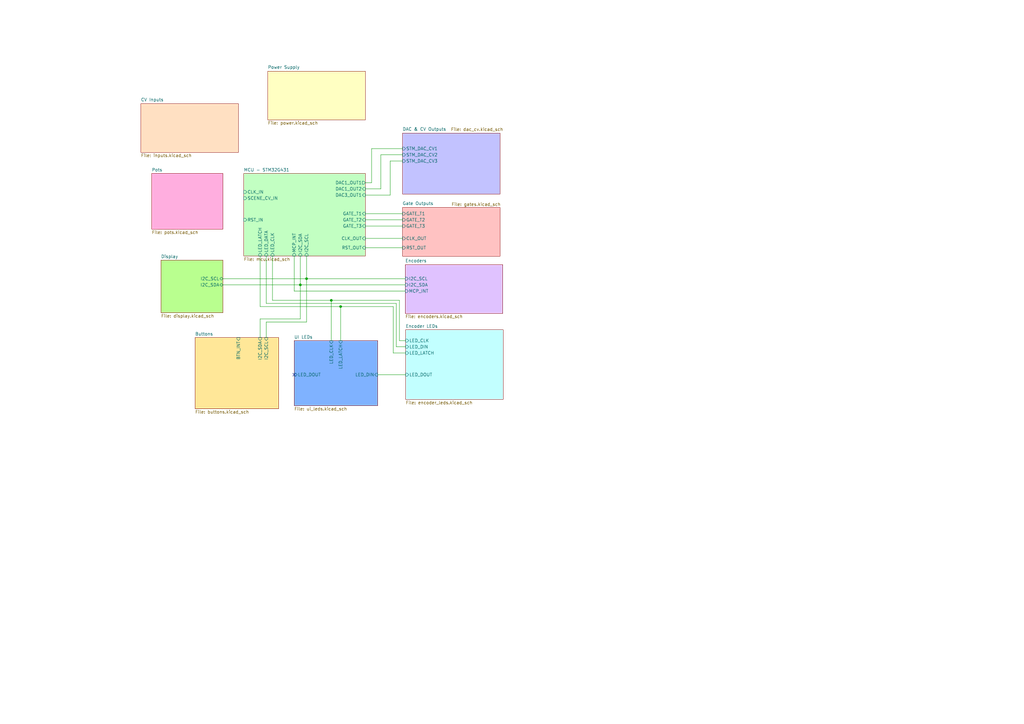
<source format=kicad_sch>
(kicad_sch
	(version 20250114)
	(generator "eeschema")
	(generator_version "9.0")
	(uuid "e1e5c1f0-1234-5678-9abc-def012345678")
	(paper "A3")
	(title_block
		(title "SENGBARD - 3-Track Eurorack Sequencer")
		(date "2025-01-26")
		(rev "0.1")
		(comment 1 "Main Sheet - Hierarchical Overview")
		(comment 2 "STM32F103 based, 12-bit CV, 8 encoders")
	)
	(lib_symbols)
	(junction
		(at 139.7 125.73)
		(diameter 0)
		(color 0 0 0 0)
		(uuid "0c00e87c-1355-4c0c-9482-d4072e7bd11e")
	)
	(junction
		(at 135.89 123.19)
		(diameter 0)
		(color 0 0 0 0)
		(uuid "0e92b001-e40f-4d76-a2c6-df6e3d32bf03")
	)
	(junction
		(at 123.19 116.84)
		(diameter 0)
		(color 0 0 0 0)
		(uuid "1411d454-f827-4b4e-9a9c-809b1c41ae17")
	)
	(junction
		(at 125.73 114.3)
		(diameter 0)
		(color 0 0 0 0)
		(uuid "8695cb3f-55c9-43ab-b110-e6ddbe32ce28")
	)
	(no_connect
		(at 120.65 153.67)
		(uuid "ecb8cb86-7753-4c8e-b76a-08af2b03a56d")
	)
	(wire
		(pts
			(xy 111.76 123.19) (xy 135.89 123.19)
		)
		(stroke
			(width 0)
			(type default)
		)
		(uuid "01abb3cc-cadc-49ba-b865-3efde8706971")
	)
	(wire
		(pts
			(xy 139.7 125.73) (xy 106.68 125.73)
		)
		(stroke
			(width 0)
			(type default)
		)
		(uuid "01d8d40c-3399-4289-b32e-68a1bb948f9f")
	)
	(wire
		(pts
			(xy 111.76 105) (xy 111.76 123.19)
		)
		(stroke
			(width 0)
			(type default)
		)
		(uuid "043b86fd-2223-4bd7-bdcb-7a37d505aa55")
	)
	(wire
		(pts
			(xy 109.22 138.43) (xy 109.22 132.08)
		)
		(stroke
			(width 0)
			(type default)
		)
		(uuid "135ee64d-1077-426a-b5b1-6b808cb58fa4")
	)
	(wire
		(pts
			(xy 163.83 123.19) (xy 163.83 139.7)
		)
		(stroke
			(width 0)
			(type default)
		)
		(uuid "150e63aa-945b-4b86-b2bb-23d3b1da833b")
	)
	(wire
		(pts
			(xy 109.22 105) (xy 109.22 124.46)
		)
		(stroke
			(width 0)
			(type default)
		)
		(uuid "159642ee-a25d-4372-98ea-5f7d5a4857c7")
	)
	(wire
		(pts
			(xy 125.73 114.3) (xy 125.73 132.08)
		)
		(stroke
			(width 0)
			(type default)
		)
		(uuid "18fc8647-7569-43bf-8b27-6e071b3bdefc")
	)
	(wire
		(pts
			(xy 106.68 130.81) (xy 123.19 130.81)
		)
		(stroke
			(width 0)
			(type default)
		)
		(uuid "1f8037c8-1dec-4987-bdc8-516ac052ae2c")
	)
	(wire
		(pts
			(xy 106.68 105) (xy 106.68 125.73)
		)
		(stroke
			(width 0)
			(type default)
		)
		(uuid "23be130d-705d-402c-bc9a-b37d20576b8b")
	)
	(wire
		(pts
			(xy 154.94 153.67) (xy 166.37 153.67)
		)
		(stroke
			(width 0)
			(type default)
		)
		(uuid "24390e8a-15a0-4b9d-88b0-14fd21f01528")
	)
	(wire
		(pts
			(xy 106.68 138.43) (xy 106.68 130.81)
		)
		(stroke
			(width 0)
			(type default)
		)
		(uuid "24f59171-6d72-42dd-8df8-a455f776d5da")
	)
	(wire
		(pts
			(xy 149.86 101.6) (xy 165.1 101.6)
		)
		(stroke
			(width 0)
			(type default)
		)
		(uuid "2db2ab74-f8f0-4c78-9cfe-b9c2fcdb4567")
	)
	(wire
		(pts
			(xy 123.19 116.84) (xy 123.19 130.81)
		)
		(stroke
			(width 0)
			(type default)
		)
		(uuid "3be53ba4-6912-47b8-a6be-4ba4752bb63b")
	)
	(wire
		(pts
			(xy 166.37 144.78) (xy 161.29 144.78)
		)
		(stroke
			(width 0)
			(type default)
		)
		(uuid "3cfd9989-11ea-49eb-ba3c-2b30150599b5")
	)
	(wire
		(pts
			(xy 123.19 105) (xy 123.19 116.84)
		)
		(stroke
			(width 0)
			(type default)
		)
		(uuid "42efdd97-ba70-4814-9a62-a00a9b938860")
	)
	(wire
		(pts
			(xy 109.22 132.08) (xy 125.73 132.08)
		)
		(stroke
			(width 0)
			(type default)
		)
		(uuid "432791b1-8ad4-4329-9622-242117fba68a")
	)
	(wire
		(pts
			(xy 162.56 142.24) (xy 162.56 124.46)
		)
		(stroke
			(width 0)
			(type default)
		)
		(uuid "4c089af0-442c-4065-a805-951331ad6916")
	)
	(wire
		(pts
			(xy 156.21 63.5) (xy 165.1 63.5)
		)
		(stroke
			(width 0)
			(type default)
		)
		(uuid "5008468a-70bf-482e-b4b0-07ef940c3db4")
	)
	(wire
		(pts
			(xy 149.86 97.79) (xy 165.1 97.79)
		)
		(stroke
			(width 0)
			(type default)
		)
		(uuid "561286de-ac3b-4f2d-bae2-3ca6826ee833")
	)
	(wire
		(pts
			(xy 149.86 87.63) (xy 165.1 87.63)
		)
		(stroke
			(width 0)
			(type default)
		)
		(uuid "6445382c-2f39-4c3d-a653-0ccab4b9b1af")
	)
	(wire
		(pts
			(xy 149.86 74.93) (xy 152.4 74.93)
		)
		(stroke
			(width 0)
			(type default)
		)
		(uuid "6b109596-97ee-4ec9-a307-ec6beed77c52")
	)
	(wire
		(pts
			(xy 149.86 80.01) (xy 160.02 80.01)
		)
		(stroke
			(width 0)
			(type default)
		)
		(uuid "6cec4057-4fc8-476e-94f5-39407d0174ca")
	)
	(wire
		(pts
			(xy 160.02 66.04) (xy 165.1 66.04)
		)
		(stroke
			(width 0)
			(type default)
		)
		(uuid "6dacaeda-ce4f-44ab-b1dc-142b9919af77")
	)
	(wire
		(pts
			(xy 152.4 60.95) (xy 165.1 60.95)
		)
		(stroke
			(width 0)
			(type default)
		)
		(uuid "8722a5e5-9cbc-40ba-a2de-4500a2aa34a7")
	)
	(wire
		(pts
			(xy 156.21 77.47) (xy 156.21 63.5)
		)
		(stroke
			(width 0)
			(type default)
		)
		(uuid "8922b5fa-1d81-4d26-982d-e40e1bc00ea1")
	)
	(wire
		(pts
			(xy 123.19 116.84) (xy 166.22 116.84)
		)
		(stroke
			(width 0)
			(type default)
		)
		(uuid "9559e658-1da0-45fe-a7fe-4cc5e1677550")
	)
	(wire
		(pts
			(xy 149.86 92.71) (xy 165.1 92.71)
		)
		(stroke
			(width 0)
			(type default)
		)
		(uuid "9c76befd-1e8a-42c3-9683-d14431fe4ac8")
	)
	(wire
		(pts
			(xy 161.29 144.78) (xy 161.29 125.73)
		)
		(stroke
			(width 0)
			(type default)
		)
		(uuid "9e053572-246b-41ff-bea7-19c6a2bfc4fa")
	)
	(wire
		(pts
			(xy 120.65 119.38) (xy 166.22 119.38)
		)
		(stroke
			(width 0)
			(type default)
		)
		(uuid "a276f346-ab87-4c58-a7d7-012275456d65")
	)
	(wire
		(pts
			(xy 149.86 77.47) (xy 156.21 77.47)
		)
		(stroke
			(width 0)
			(type default)
		)
		(uuid "a67e6957-900f-4cfd-908d-4eea74187f77")
	)
	(wire
		(pts
			(xy 139.7 125.73) (xy 139.7 139.7)
		)
		(stroke
			(width 0)
			(type default)
		)
		(uuid "acbc9e68-dc59-4a89-92f1-04415de18e18")
	)
	(wire
		(pts
			(xy 161.29 125.73) (xy 139.7 125.73)
		)
		(stroke
			(width 0)
			(type default)
		)
		(uuid "aeca2155-1544-4ab9-a153-c75f3c68cd95")
	)
	(wire
		(pts
			(xy 160.02 80.01) (xy 160.02 66.04)
		)
		(stroke
			(width 0)
			(type default)
		)
		(uuid "b0ad577a-7f66-4a20-8e43-4f750948ee76")
	)
	(wire
		(pts
			(xy 163.83 139.7) (xy 166.37 139.7)
		)
		(stroke
			(width 0)
			(type default)
		)
		(uuid "b5b4b95b-1dbd-488f-8a75-6f103e42d493")
	)
	(wire
		(pts
			(xy 91.44 114.3) (xy 125.73 114.3)
		)
		(stroke
			(width 0)
			(type default)
		)
		(uuid "bce236c9-1905-4eff-96aa-2a35dfb1f111")
	)
	(wire
		(pts
			(xy 162.56 124.46) (xy 109.22 124.46)
		)
		(stroke
			(width 0)
			(type default)
		)
		(uuid "c027599e-c293-4a5c-a848-aad42a475fea")
	)
	(wire
		(pts
			(xy 120.65 105) (xy 120.65 119.38)
		)
		(stroke
			(width 0)
			(type default)
		)
		(uuid "c05018ca-92e0-4a93-81b2-a9a12a61b035")
	)
	(wire
		(pts
			(xy 91.44 116.84) (xy 123.19 116.84)
		)
		(stroke
			(width 0)
			(type default)
		)
		(uuid "c6919d2c-cf96-4c0a-9e40-c6c19f4be8ed")
	)
	(wire
		(pts
			(xy 152.4 74.93) (xy 152.4 60.95)
		)
		(stroke
			(width 0)
			(type default)
		)
		(uuid "cf46c1ce-73b5-4882-bdcd-fc92921586c2")
	)
	(wire
		(pts
			(xy 149.86 90.17) (xy 165.1 90.17)
		)
		(stroke
			(width 0)
			(type default)
		)
		(uuid "d1b562dc-e116-4e18-ac9f-569d52042ff8")
	)
	(wire
		(pts
			(xy 135.89 123.19) (xy 135.89 139.7)
		)
		(stroke
			(width 0)
			(type default)
		)
		(uuid "d31183c3-7d2c-4bfa-9726-ff3a70a96583")
	)
	(wire
		(pts
			(xy 125.73 114.3) (xy 166.22 114.3)
		)
		(stroke
			(width 0)
			(type default)
		)
		(uuid "d917ec26-3dc9-4080-b55e-da8e72c04908")
	)
	(wire
		(pts
			(xy 125.73 105) (xy 125.73 114.3)
		)
		(stroke
			(width 0)
			(type default)
		)
		(uuid "dcd28bcb-06b6-41ae-93fc-b656686f5afc")
	)
	(wire
		(pts
			(xy 135.89 123.19) (xy 163.83 123.19)
		)
		(stroke
			(width 0)
			(type default)
		)
		(uuid "e866403c-d64f-4822-adf9-d7d63a1e4805")
	)
	(wire
		(pts
			(xy 166.37 142.24) (xy 162.56 142.24)
		)
		(stroke
			(width 0)
			(type default)
		)
		(uuid "e9b786f1-e90e-470a-b230-c22af8972c5d")
	)
	(sheet
		(at 165.1 54.6)
		(size 40 25)
		(exclude_from_sim no)
		(in_bom yes)
		(on_board yes)
		(dnp no)
		(stroke
			(width 0.1524)
			(type solid)
		)
		(fill
			(color 194 194 255 1.0000)
		)
		(uuid "121f1782-177a-4d4f-b3bf-6a6cb7c59eb4")
		(property "Sheetname" "DAC & CV Outputs"
			(at 165.1 53.7 0)
			(effects
				(font
					(size 1.27 1.27)
				)
				(justify left bottom)
			)
		)
		(property "Sheetfile" "dac_cv.kicad_sch"
			(at 184.912 52.324 0)
			(effects
				(font
					(size 1.27 1.27)
				)
				(justify left top)
			)
		)
		(pin "STM_DAC_CV1" input
			(at 165.1 60.95 180)
			(uuid "6e31dc80-6dfe-4928-b77a-f25d106cbd47")
			(effects
				(font
					(size 1.27 1.27)
				)
				(justify left)
			)
		)
		(pin "STM_DAC_CV2" input
			(at 165.1 63.5 180)
			(uuid "bdac1c94-4cbc-43cb-b2d2-3cb2f0afc789")
			(effects
				(font
					(size 1.27 1.27)
				)
				(justify left)
			)
		)
		(pin "STM_DAC_CV3" input
			(at 165.1 66.04 180)
			(uuid "29c3a8ef-d94e-4e22-bbdf-41a0998e7c45")
			(effects
				(font
					(size 1.27 1.27)
				)
				(justify left)
			)
		)
		(instances
			(project "sengbard"
				(path "/e1e5c1f0-1234-5678-9abc-def012345678"
					(page "6")
				)
			)
		)
	)
	(sheet
		(at 166.37 135.24)
		(size 40 28.59)
		(exclude_from_sim no)
		(in_bom yes)
		(on_board yes)
		(dnp no)
		(fields_autoplaced yes)
		(stroke
			(width 0.1524)
			(type solid)
		)
		(fill
			(color 194 255 255 1.0000)
		)
		(uuid "301a49bd-451e-4ee9-8fa2-8ade417a6700")
		(property "Sheetname" "Encoder LEDs"
			(at 166.37 134.5284 0)
			(effects
				(font
					(size 1.27 1.27)
				)
				(justify left bottom)
			)
		)
		(property "Sheetfile" "encoder_leds.kicad_sch"
			(at 166.37 164.4146 0)
			(effects
				(font
					(size 1.27 1.27)
				)
				(justify left top)
			)
		)
		(pin "LED_CLK" input
			(at 166.37 139.7 180)
			(uuid "5b29002f-70bd-4c6e-af84-3fb5cd2d5ed9")
			(effects
				(font
					(size 1.27 1.27)
				)
				(justify left)
			)
		)
		(pin "LED_DIN" input
			(at 166.37 142.24 180)
			(uuid "8b2bb8df-7f3e-4f55-9c27-cb16de515297")
			(effects
				(font
					(size 1.27 1.27)
				)
				(justify left)
			)
		)
		(pin "LED_LATCH" input
			(at 166.37 144.78 180)
			(uuid "6e922de1-9e3c-46b1-a8cc-d9d60b2c3caf")
			(effects
				(font
					(size 1.27 1.27)
				)
				(justify left)
			)
		)
		(pin "LED_DOUT" input
			(at 166.37 153.67 180)
			(uuid "c1cc83cc-bfe4-4cae-8993-612c0ce7dca8")
			(effects
				(font
					(size 1.27 1.27)
				)
				(justify left)
			)
		)
		(instances
			(project "sengbard"
				(path "/e1e5c1f0-1234-5678-9abc-def012345678"
					(page "7")
				)
			)
		)
	)
	(sheet
		(at 66.04 106.68)
		(size 25.4 21.59)
		(exclude_from_sim no)
		(in_bom yes)
		(on_board yes)
		(dnp no)
		(fields_autoplaced yes)
		(stroke
			(width 0.1524)
			(type solid)
		)
		(fill
			(color 185 255 143 1.0000)
		)
		(uuid "31fc420d-f921-43e0-8f58-c12b1db1de7b")
		(property "Sheetname" "Display"
			(at 66.04 105.9684 0)
			(effects
				(font
					(size 1.27 1.27)
				)
				(justify left bottom)
			)
		)
		(property "Sheetfile" "display.kicad_sch"
			(at 66.04 128.8546 0)
			(effects
				(font
					(size 1.27 1.27)
				)
				(justify left top)
			)
		)
		(pin "I2C_SCL" bidirectional
			(at 91.44 114.3 0)
			(uuid "8faa463e-bc32-409d-997e-3b93e22573b2")
			(effects
				(font
					(size 1.27 1.27)
				)
				(justify right)
			)
		)
		(pin "I2C_SDA" bidirectional
			(at 91.44 116.84 0)
			(uuid "b202d3af-990c-4d91-a8a3-78bc55211ae8")
			(effects
				(font
					(size 1.27 1.27)
				)
				(justify right)
			)
		)
		(instances
			(project "sengbard"
				(path "/e1e5c1f0-1234-5678-9abc-def012345678"
					(page "12")
				)
			)
		)
	)
	(sheet
		(at 165.1 85.08)
		(size 40 20)
		(exclude_from_sim no)
		(in_bom yes)
		(on_board yes)
		(dnp no)
		(stroke
			(width 0.1524)
			(type solid)
		)
		(fill
			(color 255 194 194 1.0000)
		)
		(uuid "3d3c5c24-9aef-4b77-8daf-1752d43b95dd")
		(property "Sheetname" "Gate Outputs"
			(at 165.1 84.18 0)
			(effects
				(font
					(size 1.27 1.27)
				)
				(justify left bottom)
			)
		)
		(property "Sheetfile" "gates.kicad_sch"
			(at 185.166 83.058 0)
			(effects
				(font
					(size 1.27 1.27)
				)
				(justify left top)
			)
		)
		(pin "CLK_OUT" input
			(at 165.1 97.79 180)
			(uuid "933ad015-45d3-4234-8029-46f5abfe4e09")
			(effects
				(font
					(size 1.27 1.27)
				)
				(justify left)
			)
		)
		(pin "GATE_T1" input
			(at 165.1 87.63 180)
			(uuid "0fe10b71-dd40-4a09-b520-4bf8398eb8e8")
			(effects
				(font
					(size 1.27 1.27)
				)
				(justify left)
			)
		)
		(pin "GATE_T2" input
			(at 165.1 90.17 180)
			(uuid "108e2886-8a67-48c6-bd35-056d85e36ec0")
			(effects
				(font
					(size 1.27 1.27)
				)
				(justify left)
			)
		)
		(pin "GATE_T3" input
			(at 165.1 92.71 180)
			(uuid "be58ea91-5426-45f4-8b49-de7188fe5228")
			(effects
				(font
					(size 1.27 1.27)
				)
				(justify left)
			)
		)
		(pin "RST_OUT" input
			(at 165.1 101.6 180)
			(uuid "f94c93a1-ed79-45c0-b913-a0223ed222ca")
			(effects
				(font
					(size 1.27 1.27)
				)
				(justify left)
			)
		)
		(instances
			(project "sengbard"
				(path "/e1e5c1f0-1234-5678-9abc-def012345678"
					(page "8")
				)
			)
		)
	)
	(sheet
		(at 109.86 29.2)
		(size 40 20)
		(exclude_from_sim no)
		(in_bom yes)
		(on_board yes)
		(dnp no)
		(fields_autoplaced yes)
		(stroke
			(width 0.1524)
			(type solid)
		)
		(fill
			(color 255 255 194 1.0000)
		)
		(uuid "75ed0237-5b1b-4872-a15d-30d4ab32a898")
		(property "Sheetname" "Power Supply"
			(at 109.86 28.3 0)
			(effects
				(font
					(size 1.27 1.27)
				)
				(justify left bottom)
			)
		)
		(property "Sheetfile" "power.kicad_sch"
			(at 109.86 49.7 0)
			(effects
				(font
					(size 1.27 1.27)
				)
				(justify left top)
			)
		)
		(instances
			(project "sengbard"
				(path "/e1e5c1f0-1234-5678-9abc-def012345678"
					(page "2")
				)
			)
		)
	)
	(sheet
		(at 62.23 71.12)
		(size 29.21 22.86)
		(exclude_from_sim no)
		(in_bom yes)
		(on_board yes)
		(dnp no)
		(fields_autoplaced yes)
		(stroke
			(width 0.1524)
			(type solid)
		)
		(fill
			(color 255 174 223 1.0000)
		)
		(uuid "868846db-1eb0-48df-b605-2f6aef95d859")
		(property "Sheetname" "Pots"
			(at 62.23 70.4084 0)
			(effects
				(font
					(size 1.27 1.27)
				)
				(justify left bottom)
			)
		)
		(property "Sheetfile" "pots.kicad_sch"
			(at 62.23 94.5646 0)
			(effects
				(font
					(size 1.27 1.27)
				)
				(justify left top)
			)
		)
		(instances
			(project "sengbard"
				(path "/e1e5c1f0-1234-5678-9abc-def012345678"
					(page "11")
				)
			)
		)
	)
	(sheet
		(at 120.65 139.7)
		(size 34.29 26.67)
		(exclude_from_sim no)
		(in_bom yes)
		(on_board yes)
		(dnp no)
		(fields_autoplaced yes)
		(stroke
			(width 0.1524)
			(type solid)
		)
		(fill
			(color 127 178 255 1.0000)
		)
		(uuid "88a3d10d-3300-4719-82fa-a6952cedf639")
		(property "Sheetname" "UI LEDs"
			(at 120.65 138.9884 0)
			(effects
				(font
					(size 1.27 1.27)
				)
				(justify left bottom)
			)
		)
		(property "Sheetfile" "ui_leds.kicad_sch"
			(at 120.65 166.9546 0)
			(effects
				(font
					(size 1.27 1.27)
				)
				(justify left top)
			)
		)
		(pin "LED_CLK" input
			(at 135.89 139.7 90)
			(uuid "93e0f5dd-4205-490e-bf90-5d8a25449065")
			(effects
				(font
					(size 1.27 1.27)
				)
				(justify right)
			)
		)
		(pin "LED_DIN" input
			(at 154.94 153.67 0)
			(uuid "a1663d0a-d31f-4cc2-9a59-218e7e03119a")
			(effects
				(font
					(size 1.27 1.27)
				)
				(justify right)
			)
		)
		(pin "LED_DOUT" input
			(at 120.65 153.67 180)
			(uuid "9563a36a-2230-4332-beb5-c8c4c7da70e3")
			(effects
				(font
					(size 1.27 1.27)
				)
				(justify left)
			)
		)
		(pin "LED_LATCH" input
			(at 139.7 139.7 90)
			(uuid "e3e164f2-3295-4c31-bd31-5487499af95f")
			(effects
				(font
					(size 1.27 1.27)
				)
				(justify right)
			)
		)
		(instances
			(project "sengbard"
				(path "/e1e5c1f0-1234-5678-9abc-def012345678"
					(page "10")
				)
			)
		)
	)
	(sheet
		(at 80.01 138.43)
		(size 34.29 29.21)
		(exclude_from_sim no)
		(in_bom yes)
		(on_board yes)
		(dnp no)
		(fields_autoplaced yes)
		(stroke
			(width 0.1524)
			(type solid)
		)
		(fill
			(color 255 231 152 1.0000)
		)
		(uuid "c7333f3f-0111-4ce1-8877-4c70f8a7a043")
		(property "Sheetname" "Buttons"
			(at 80.01 137.7184 0)
			(effects
				(font
					(size 1.27 1.27)
				)
				(justify left bottom)
			)
		)
		(property "Sheetfile" "buttons.kicad_sch"
			(at 80.01 168.2246 0)
			(effects
				(font
					(size 1.27 1.27)
				)
				(justify left top)
			)
		)
		(pin "BTN_INT" input
			(at 97.79 138.43 90)
			(uuid "660398fe-e9f2-4bae-b47f-7c4220fbccdf")
			(effects
				(font
					(size 1.27 1.27)
				)
				(justify right)
			)
		)
		(pin "I2C_SCL" input
			(at 109.22 138.43 90)
			(uuid "c7a17f50-7fd4-4519-ae5b-db74c4bf8d28")
			(effects
				(font
					(size 1.27 1.27)
				)
				(justify right)
			)
		)
		(pin "I2C_SDA" input
			(at 106.68 138.43 90)
			(uuid "71abb946-a1dd-4632-a425-46e44210acc2")
			(effects
				(font
					(size 1.27 1.27)
				)
				(justify right)
			)
		)
		(instances
			(project "sengbard"
				(path "/e1e5c1f0-1234-5678-9abc-def012345678"
					(page "9")
				)
			)
		)
	)
	(sheet
		(at 57.79 42.53)
		(size 40 20)
		(exclude_from_sim no)
		(in_bom yes)
		(on_board yes)
		(dnp no)
		(fields_autoplaced yes)
		(stroke
			(width 0.1524)
			(type solid)
		)
		(fill
			(color 255 224 194 1.0000)
		)
		(uuid "c74c54ff-c866-4c0a-8ca6-74b3d6ff4d9a")
		(property "Sheetname" "CV Inputs"
			(at 57.79 41.63 0)
			(effects
				(font
					(size 1.27 1.27)
				)
				(justify left bottom)
			)
		)
		(property "Sheetfile" "inputs.kicad_sch"
			(at 57.79 63.03 0)
			(effects
				(font
					(size 1.27 1.27)
				)
				(justify left top)
			)
		)
		(instances
			(project "sengbard"
				(path "/e1e5c1f0-1234-5678-9abc-def012345678"
					(page "3")
				)
			)
		)
	)
	(sheet
		(at 166.22 108.57)
		(size 40 20)
		(exclude_from_sim no)
		(in_bom yes)
		(on_board yes)
		(dnp no)
		(fields_autoplaced yes)
		(stroke
			(width 0.1524)
			(type solid)
		)
		(fill
			(color 224 194 255 1.0000)
		)
		(uuid "dfe46c3b-4ccd-481c-9939-029442d2adbb")
		(property "Sheetname" "Encoders"
			(at 166.22 107.67 0)
			(effects
				(font
					(size 1.27 1.27)
				)
				(justify left bottom)
			)
		)
		(property "Sheetfile" "encoders.kicad_sch"
			(at 166.22 129.07 0)
			(effects
				(font
					(size 1.27 1.27)
				)
				(justify left top)
			)
		)
		(pin "I2C_SCL" input
			(at 166.22 114.3 180)
			(uuid "655edbde-af85-4718-b686-13e2164d1a1c")
			(effects
				(font
					(size 1.27 1.27)
				)
				(justify left)
			)
		)
		(pin "I2C_SDA" input
			(at 166.22 116.84 180)
			(uuid "5d8bf3e1-0db5-471f-b893-fc84306ff0f1")
			(effects
				(font
					(size 1.27 1.27)
				)
				(justify left)
			)
		)
		(pin "MCP_INT" input
			(at 166.22 119.38 180)
			(uuid "efa30ef5-c7ef-4ac0-a57d-5da9c4446d3a")
			(effects
				(font
					(size 1.27 1.27)
				)
				(justify left)
			)
		)
		(instances
			(project "sengbard"
				(path "/e1e5c1f0-1234-5678-9abc-def012345678"
					(page "5")
				)
			)
		)
	)
	(sheet
		(at 100 71.12)
		(size 49.86 33.88)
		(exclude_from_sim no)
		(in_bom yes)
		(on_board yes)
		(dnp no)
		(fields_autoplaced yes)
		(stroke
			(width 0.1524)
			(type solid)
		)
		(fill
			(color 194 255 194 1.0000)
		)
		(uuid "e2ffd037-28da-4519-b502-93d443457803")
		(property "Sheetname" "MCU - STM32G431"
			(at 100 70.4084 0)
			(effects
				(font
					(size 1.27 1.27)
				)
				(justify left bottom)
			)
		)
		(property "Sheetfile" "mcu.kicad_sch"
			(at 100 105.5846 0)
			(effects
				(font
					(size 1.27 1.27)
				)
				(justify left top)
			)
		)
		(pin "CLK_IN" input
			(at 100 78.74 180)
			(uuid "a6d91d6a-dccc-4b66-9db3-dadb6793d14f")
			(effects
				(font
					(size 1.27 1.27)
				)
				(justify left)
			)
		)
		(pin "CLK_OUT" input
			(at 149.86 97.79 0)
			(uuid "817b7d91-f70a-443e-93c5-60e0c8e97dda")
			(effects
				(font
					(size 1.27 1.27)
				)
				(justify right)
			)
		)
		(pin "DAC1_OUT1" output
			(at 149.86 74.93 0)
			(uuid "c5ecc54d-e15c-4cbb-9650-66c5c4ed2693")
			(effects
				(font
					(size 1.27 1.27)
				)
				(justify right)
			)
		)
		(pin "DAC1_OUT2" input
			(at 149.86 77.47 0)
			(uuid "743fe309-4901-4f6d-8446-a4aa8063f406")
			(effects
				(font
					(size 1.27 1.27)
				)
				(justify right)
			)
		)
		(pin "DAC3_OUT1" input
			(at 149.86 80.01 0)
			(uuid "0ba197ba-d7c0-4872-acd6-af8c883f733f")
			(effects
				(font
					(size 1.27 1.27)
				)
				(justify right)
			)
		)
		(pin "GATE_T1" input
			(at 149.86 87.63 0)
			(uuid "c60e5985-7eef-4906-95f6-aa51c4c578a7")
			(effects
				(font
					(size 1.27 1.27)
				)
				(justify right)
			)
		)
		(pin "GATE_T2" input
			(at 149.86 90.17 0)
			(uuid "da08ff50-d974-4a3f-8fc4-fbc27fd1977c")
			(effects
				(font
					(size 1.27 1.27)
				)
				(justify right)
			)
		)
		(pin "GATE_T3" input
			(at 149.86 92.71 0)
			(uuid "185bd0ca-84ea-4c62-b6ba-f8a306aea3b3")
			(effects
				(font
					(size 1.27 1.27)
				)
				(justify right)
			)
		)
		(pin "I2C_SCL" input
			(at 125.73 105 270)
			(uuid "20bbe26f-c179-4158-b648-50e1f638b7d8")
			(effects
				(font
					(size 1.27 1.27)
				)
				(justify left)
			)
		)
		(pin "I2C_SDA" input
			(at 123.19 105 270)
			(uuid "53962b68-b4bb-4281-8c90-1a9d4e83a933")
			(effects
				(font
					(size 1.27 1.27)
				)
				(justify left)
			)
		)
		(pin "LED_CLK" input
			(at 111.76 105 270)
			(uuid "2a67290e-3afb-496d-9311-68466514124d")
			(effects
				(font
					(size 1.27 1.27)
				)
				(justify left)
			)
		)
		(pin "LED_DATA" input
			(at 109.22 105 270)
			(uuid "b1ddcb8e-b5ed-4340-86f5-f6521b30d7b4")
			(effects
				(font
					(size 1.27 1.27)
				)
				(justify left)
			)
		)
		(pin "LED_LATCH" input
			(at 106.68 105 270)
			(uuid "f6589b6f-7c68-46a8-bd0e-cab5aa6a59e1")
			(effects
				(font
					(size 1.27 1.27)
				)
				(justify left)
			)
		)
		(pin "MCP_INT" input
			(at 120.65 105 270)
			(uuid "160e442a-a5e9-4171-beec-8729d0757325")
			(effects
				(font
					(size 1.27 1.27)
				)
				(justify left)
			)
		)
		(pin "RST_IN" input
			(at 100 90.17 180)
			(uuid "94cf3ee2-c29c-4a77-81e9-f5259ff6b05c")
			(effects
				(font
					(size 1.27 1.27)
				)
				(justify left)
			)
		)
		(pin "RST_OUT" input
			(at 149.86 101.6 0)
			(uuid "857ac89e-5ac0-455f-8740-92d380c712e1")
			(effects
				(font
					(size 1.27 1.27)
				)
				(justify right)
			)
		)
		(pin "SCENE_CV_IN" input
			(at 100 81.28 180)
			(uuid "8d29a259-3978-4ca2-a28c-b2c967918cc5")
			(effects
				(font
					(size 1.27 1.27)
				)
				(justify left)
			)
		)
		(instances
			(project "sengbard"
				(path "/e1e5c1f0-1234-5678-9abc-def012345678"
					(page "4")
				)
			)
		)
	)
	(sheet_instances
		(path "/"
			(page "1")
		)
	)
	(embedded_fonts no)
)

</source>
